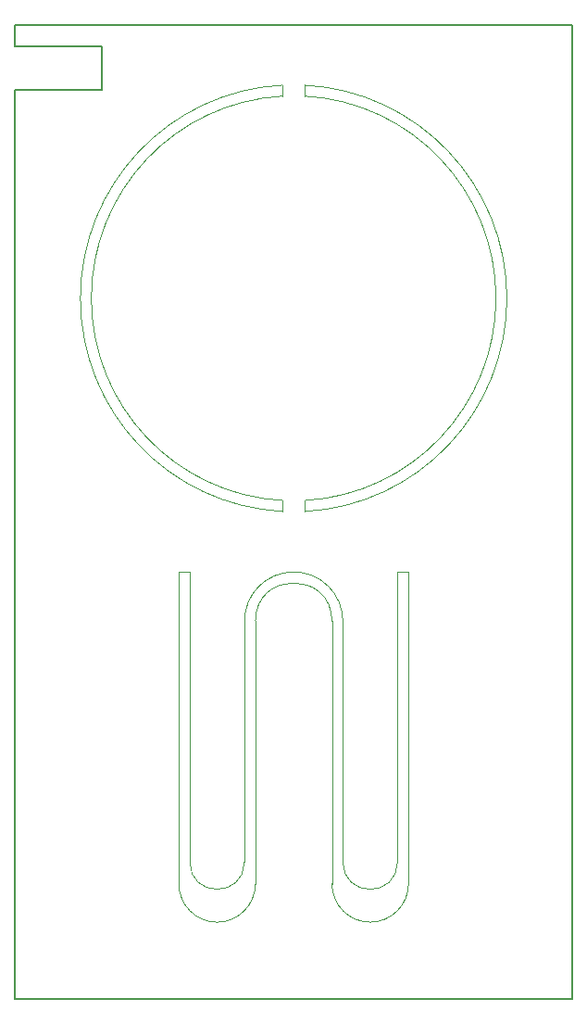
<source format=gbr>
G04 #@! TF.GenerationSoftware,KiCad,Pcbnew,(5.0.0-rc2-dev-668-g07e7340a9)*
G04 #@! TF.CreationDate,2018-10-23T00:23:44-04:00*
G04 #@! TF.ProjectId,BalancingBusinessCard,42616C616E63696E67427573696E6573,rev?*
G04 #@! TF.SameCoordinates,Original*
G04 #@! TF.FileFunction,Profile,NP*
%FSLAX46Y46*%
G04 Gerber Fmt 4.6, Leading zero omitted, Abs format (unit mm)*
G04 Created by KiCad (PCBNEW (5.0.0-rc2-dev-668-g07e7340a9)) date 10/23/18 00:23:44*
%MOMM*%
%LPD*%
G01*
G04 APERTURE LIST*
%ADD10C,0.150000*%
%ADD11C,0.100000*%
G04 APERTURE END LIST*
D10*
X180000000Y-52000000D02*
X180000000Y-50000000D01*
D11*
X201000000Y-104500000D02*
G75*
G02X205500000Y-100000000I4500000J0D01*
G01*
X209000000Y-128500000D02*
X209000000Y-104500000D01*
X215000000Y-126500000D02*
G75*
G02X210000000Y-126500000I-2500000J0D01*
G01*
X196000000Y-100000000D02*
X195000000Y-100000000D01*
X195000000Y-100000000D02*
X195000000Y-128500000D01*
X202000000Y-104500000D02*
G75*
G02X209000000Y-104500000I3500000J0D01*
G01*
X201000000Y-104500000D02*
X201000000Y-126500000D01*
X201000000Y-126500000D02*
G75*
G02X196000000Y-126500000I-2500000J0D01*
G01*
X202000000Y-128500000D02*
X202000000Y-104500000D01*
X210000000Y-104500000D02*
X210000000Y-126500000D01*
X215000000Y-126500000D02*
X215000000Y-100000000D01*
X215000000Y-100000000D02*
X216000000Y-100000000D01*
X198500000Y-132000000D02*
G75*
G02X195000000Y-128500000I0J3500000D01*
G01*
X216000000Y-100000000D02*
X216000000Y-128500000D01*
X202000000Y-128500000D02*
G75*
G02X198500000Y-132000000I-3500000J0D01*
G01*
X205500000Y-100000000D02*
G75*
G02X210000000Y-104500000I0J-4500000D01*
G01*
X216000000Y-128500000D02*
G75*
G02X212500000Y-132000000I-3500000J0D01*
G01*
X212500000Y-132000000D02*
G75*
G02X209000000Y-128500000I0J3500000D01*
G01*
X196000000Y-126500000D02*
X196000000Y-100000000D01*
X206500000Y-56527047D02*
X206500000Y-55525658D01*
X206500000Y-55525658D02*
G75*
G02X206500000Y-94474342I-1000000J-19474342D01*
G01*
X204500000Y-94474342D02*
G75*
G02X204500000Y-55525658I1000000J19474342D01*
G01*
X204500000Y-56527047D02*
X204500000Y-55525658D01*
X206500000Y-56527047D02*
G75*
G02X206500000Y-93472953I-1000000J-18472953D01*
G01*
X206500000Y-93472953D02*
X206500000Y-94474342D01*
X204500000Y-93472953D02*
G75*
G02X204500000Y-56527047I1000000J18472953D01*
G01*
X204500000Y-93472953D02*
X204500000Y-94474342D01*
D10*
X188000000Y-56000000D02*
X180000000Y-56000000D01*
X188000000Y-52000000D02*
X188000000Y-56000000D01*
X180000000Y-52000000D02*
X188000000Y-52000000D01*
X231000000Y-50000000D02*
X180000000Y-50000000D01*
X231000000Y-139000000D02*
X231000000Y-50000000D01*
X180000000Y-139000000D02*
X231000000Y-139000000D01*
X180000000Y-56000000D02*
X180000000Y-139000000D01*
M02*

</source>
